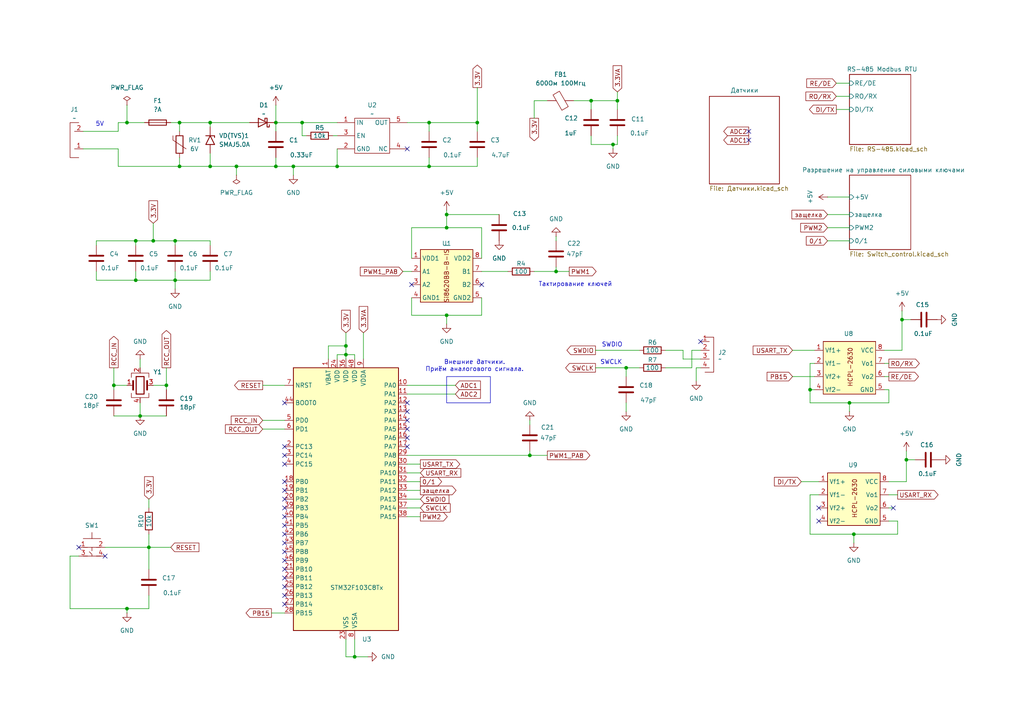
<source format=kicad_sch>
(kicad_sch (version 20250114) (generator "eeschema") (generator_version "9.0")
  (paper "A4")
  (lib_symbols
    (symbol "Device:C" (pin_numbers (hide yes)) (pin_names (offset 0.254))
      (property "Reference" "C" (at 0.635 2.54 0))
      (property "Value" "C" (at 0.635 -2.54 0))
      (symbol "C_0_1"
        (polyline (pts (xy -2.032 0.762) (xy 2.032 0.762)) (stroke (width 0.508)))
        (polyline (pts (xy -2.032 -0.762) (xy 2.032 -0.762)) (stroke (width 0.508)))
      )
      (symbol "C_1_1"
        (pin passive line (at 0 3.81 270) (length 2.794) (name "~") (number "1"))
        (pin passive line (at 0 -3.81 90) (length 2.794) (name "~") (number "2"))
      )
    )
    (symbol "Device:D_Schottky" (pin_numbers (hide yes)) (pin_names (offset 1.016) (hide yes))
      (property "Reference" "D" (at 0 2.54 0))
      (property "Value" "D_Schottky" (at 0 -2.54 0))
      (symbol "D_Schottky_0_1"
        (polyline (pts (xy -1.905 0.635) (xy -1.905 1.27) (xy -1.27 1.27) (xy -1.27 -1.27) (xy -0.635 -1.27) (xy -0.635 -0.635)) (stroke (width 0.254)))
        (polyline (pts (xy 1.27 1.27) (xy 1.27 -1.27) (xy -1.27 0) (xy 1.27 1.27)) (stroke (width 0.254)))
        (polyline (pts (xy 1.27 0) (xy -1.27 0)))
      )
      (symbol "D_Schottky_1_1"
        (pin passive line (at -3.81 0 0) (length 2.54) (name "K") (number "1"))
        (pin passive line (at 3.81 0 180) (length 2.54) (name "A") (number "2"))
      )
    )
    (symbol "Device:FerriteBead" (pin_numbers (hide yes)) (pin_names (offset 0))
      (property "Reference" "FB" (at -3.81 0.635 90))
      (property "Value" "FerriteBead" (at 3.81 0 90))
      (symbol "FerriteBead_0_1"
        (polyline (pts (xy -2.7686 0.4064) (xy -1.7018 2.2606) (xy 2.7686 -0.3048) (xy 1.6764 -2.159) (xy -2.7686 0.4064)))
        (polyline (pts (xy 0 1.27) (xy 0 1.2954)))
        (polyline (pts (xy 0 -1.27) (xy 0 -1.2192)))
      )
      (symbol "FerriteBead_1_1"
        (pin passive line (at 0 3.81 270) (length 2.54) (name "~") (number "1"))
        (pin passive line (at 0 -3.81 90) (length 2.54) (name "~") (number "2"))
      )
    )
    (symbol "Device:R" (pin_numbers (hide yes)) (pin_names (offset 0))
      (property "Reference" "R" (at 2.032 0 90))
      (property "Value" "R" (at 0 0 90))
      (symbol "R_0_1"
        (rectangle (start -1.016 -2.54) (end 1.016 2.54) (stroke (width 0.254)))
      )
      (symbol "R_1_1"
        (pin passive line (at 0 3.81 270) (length 1.27) (name "~") (number "1"))
        (pin passive line (at 0 -3.81 90) (length 1.27) (name "~") (number "2"))
      )
    )
    (symbol "MCU_ST_STM32F1:STM32F103C8Tx"
      (property "Reference" "U" (at -15.24 39.37 0))
      (property "Value" "STM32F103C8Tx" (at 7.62 39.37 0))
      (symbol "STM32F103C8Tx_0_1"
        (rectangle (start -15.24 -38.1) (end 15.24 38.1) (stroke (width 0.254)) (fill (type background)))
      )
      (symbol "STM32F103C8Tx_1_1"
        (pin input line (at -17.78 33.02 0) (length 2.54) (name "NRST") (number "7"))
        (pin input line (at -17.78 27.94 0) (length 2.54) (name "BOOT0") (number "44"))
        (pin bidirectional line (at -17.78 22.86 0) (length 2.54) (name "PD0") (number "5"))
        (pin bidirectional line (at -17.78 20.32 0) (length 2.54) (name "PD1") (number "6"))
        (pin bidirectional line (at -17.78 15.24 0) (length 2.54) (name "PC13") (number "2"))
        (pin bidirectional line (at -17.78 12.7 0) (length 2.54) (name "PC14") (number "3"))
        (pin bidirectional line (at -17.78 10.16 0) (length 2.54) (name "PC15") (number "4"))
        (pin bidirectional line (at -17.78 5.08 0) (length 2.54) (name "PB0") (number "18"))
        (pin bidirectional line (at -17.78 2.54 0) (length 2.54) (name "PB1") (number "19"))
        (pin bidirectional line (at -17.78 0 0) (length 2.54) (name "PB2") (number "20"))
        (pin bidirectional line (at -17.78 -2.54 0) (length 2.54) (name "PB3") (number "39"))
        (pin bidirectional line (at -17.78 -5.08 0) (length 2.54) (name "PB4") (number "40"))
        (pin bidirectional line (at -17.78 -7.62 0) (length 2.54) (name "PB5") (number "41"))
        (pin bidirectional line (at -17.78 -10.16 0) (length 2.54) (name "PB6") (number "42"))
        (pin bidirectional line (at -17.78 -12.7 0) (length 2.54) (name "PB7") (number "43"))
        (pin bidirectional line (at -17.78 -15.24 0) (length 2.54) (name "PB8") (number "45"))
        (pin bidirectional line (at -17.78 -17.78 0) (length 2.54) (name "PB9") (number "46"))
        (pin bidirectional line (at -17.78 -20.32 0) (length 2.54) (name "PB10") (number "21"))
        (pin bidirectional line (at -17.78 -22.86 0) (length 2.54) (name "PB11") (number "22"))
        (pin bidirectional line (at -17.78 -25.4 0) (length 2.54) (name "PB12") (number "25"))
        (pin bidirectional line (at -17.78 -27.94 0) (length 2.54) (name "PB13") (number "26"))
        (pin bidirectional line (at -17.78 -30.48 0) (length 2.54) (name "PB14") (number "27"))
        (pin bidirectional line (at -17.78 -33.02 0) (length 2.54) (name "PB15") (number "28"))
        (pin power_in line (at -5.08 40.64 270) (length 2.54) (name "VBAT") (number "1"))
        (pin power_in line (at -2.54 40.64 270) (length 2.54) (name "VDD") (number "24"))
        (pin power_in line (at 0 40.64 270) (length 2.54) (name "VDD") (number "36"))
        (pin power_in line (at 0 -40.64 90) (length 2.54) (name "VSS") (number "23"))
        (pin passive line (at 0 -40.64 90) (length 2.54) (hide yes) (name "VSS") (number "35"))
        (pin passive line (at 0 -40.64 90) (length 2.54) (hide yes) (name "VSS") (number "47"))
        (pin power_in line (at 2.54 40.64 270) (length 2.54) (name "VDD") (number "48"))
        (pin power_in line (at 2.54 -40.64 90) (length 2.54) (name "VSSA") (number "8"))
        (pin power_in line (at 5.08 40.64 270) (length 2.54) (name "VDDA") (number "9"))
        (pin bidirectional line (at 17.78 33.02 180) (length 2.54) (name "PA0") (number "10"))
        (pin bidirectional line (at 17.78 30.48 180) (length 2.54) (name "PA1") (number "11"))
        (pin bidirectional line (at 17.78 27.94 180) (length 2.54) (name "PA2") (number "12"))
        (pin bidirectional line (at 17.78 25.4 180) (length 2.54) (name "PA3") (number "13"))
        (pin bidirectional line (at 17.78 22.86 180) (length 2.54) (name "PA4") (number "14"))
        (pin bidirectional line (at 17.78 20.32 180) (length 2.54) (name "PA5") (number "15"))
        (pin bidirectional line (at 17.78 17.78 180) (length 2.54) (name "PA6") (number "16"))
        (pin bidirectional line (at 17.78 15.24 180) (length 2.54) (name "PA7") (number "17"))
        (pin bidirectional line (at 17.78 12.7 180) (length 2.54) (name "PA8") (number "29"))
        (pin bidirectional line (at 17.78 10.16 180) (length 2.54) (name "PA9") (number "30"))
        (pin bidirectional line (at 17.78 7.62 180) (length 2.54) (name "PA10") (number "31"))
        (pin bidirectional line (at 17.78 5.08 180) (length 2.54) (name "PA11") (number "32"))
        (pin bidirectional line (at 17.78 2.54 180) (length 2.54) (name "PA12") (number "33"))
        (pin bidirectional line (at 17.78 0 180) (length 2.54) (name "PA13") (number "34"))
        (pin bidirectional line (at 17.78 -2.54 180) (length 2.54) (name "PA14") (number "37"))
        (pin bidirectional line (at 17.78 -5.08 180) (length 2.54) (name "PA15") (number "38"))
      )
    )
    (symbol "My_Lib:Crystal_GND24" (pin_names (offset 1.016) (hide yes))
      (property "Reference" "Y2" (at -4.318 4.826 0))
      (symbol "Crystal_GND24_0_1"
        (polyline (pts (xy -2.54 2.286) (xy -2.54 3.556) (xy 2.54 3.556) (xy 2.54 2.286)))
        (polyline (pts (xy -2.54 0) (xy -2.032 0)))
        (polyline (pts (xy -2.54 -2.286) (xy -2.54 -3.556) (xy 2.54 -3.556) (xy 2.54 -2.286)))
        (polyline (pts (xy -2.032 -1.27) (xy -2.032 1.27)) (stroke (width 0.508)))
        (rectangle (start -1.143 2.54) (end 1.143 -2.54) (stroke (width 0.3048)))
        (polyline (pts (xy 0 3.556) (xy 0 3.81)))
        (polyline (pts (xy 0 -3.81) (xy 0 -3.556)))
        (polyline (pts (xy 2.032 0) (xy 2.54 0)))
        (polyline (pts (xy 2.032 -1.27) (xy 2.032 1.27)) (stroke (width 0.508)))
      )
      (symbol "Crystal_GND24_1_1"
        (pin passive line (at -3.81 0 0) (length 1.27) (name "1") (number "1"))
        (pin passive line (at 0 5.08 270) (length 1.27) (name "2") (number "2"))
        (pin passive line (at 0 -5.08 90) (length 1.27) (name "3") (number "4"))
        (pin passive line (at 3.81 0 180) (length 1.27) (name "4") (number "3"))
      )
    )
    (symbol "My_Lib:J - B4P-VH"
      (property "Reference" "J" (at 5.334 0.508 0))
      (symbol "J - B4P-VH_0_1"
        (polyline (pts (xy 10.16 -3.81) (xy 10.16 -1.27) (xy 0 -1.27) (xy 0 -3.81)))
      )
      (symbol "J - B4P-VH_1_1"
        (pin power_in line (at 1.27 -5.08 90) (length 2.54) (name "") (number "1"))
        (pin power_in line (at 3.81 -5.08 90) (length 2.54) (name "") (number "2"))
        (pin power_in line (at 6.35 -5.08 90) (length 2.54) (name "") (number "3"))
        (pin power_in line (at 8.89 -5.08 90) (length 2.54) (name "") (number "4"))
      )
    )
    (symbol "My_Lib:J - TB-09A"
      (property "Reference" "J1" (at 8.89 -1.27 90))
      (property "Value" "~" (at 6.35 -1.27 90))
      (symbol "J - TB-09A_0_1"
        (polyline (pts (xy 5.08 -2.54) (xy 5.08 0) (xy -5.08 0) (xy -5.08 -2.54)))
      )
      (symbol "J - TB-09A_1_1"
        (pin power_in line (at -2.54 -3.81 90) (length 2.54) (name "") (number "1"))
        (pin power_in line (at 2.54 -3.81 90) (length 2.54) (name "") (number "2"))
      )
    )
    (symbol "My_Lib:LDO_AP2112K-3.3"
      (property "Reference" "U" (at 5.08 1.27 0))
      (symbol "LDO_AP2112K-3.3_0_1"
        (rectangle (start 0 0) (end 10.16 -10.16))
      )
      (symbol "LDO_AP2112K-3.3_1_0"
        (pin input line (at -5.08 -1.27 0) (length 5.08) (name "IN") (number "1"))
        (pin input line (at -5.08 -5.08 0) (length 5.08) (name "EN") (number "3"))
        (pin input line (at -5.08 -8.89 0) (length 5.08) (name "GND") (number "2"))
        (pin output line (at 15.24 -1.27 180) (length 5.08) (name "OUT") (number "5"))
        (pin input line (at 15.24 -8.89 180) (length 5.08) (name "NC") (number "4"))
      )
    )
    (symbol "My_Lib:SMD_-_Fuse" (pin_numbers (hide yes)) (pin_names (offset 0))
      (property "Reference" "F1" (at -2.286 0.254 90))
      (property "Value" "0.5A" (at 2.54 0 90))
      (symbol "SMD_-_Fuse_0_1"
        (rectangle (start -0.762 -2.54) (end 0.762 2.54) (stroke (width 0.254)))
        (polyline (pts (xy 0 2.54) (xy 0 -2.54)))
      )
      (symbol "SMD_-_Fuse_1_1"
        (pin passive line (at 0 3.81 270) (length 1.27) (name "~") (number "1"))
        (pin passive line (at 0 -3.81 90) (length 1.27) (name "~") (number "2"))
      )
    )
    (symbol "My_Lib:SW_Push" (pin_names (offset 1.016) (hide yes))
      (property "Reference" "SW" (at 1.27 2.54 0))
      (symbol "SW_Push_0_1"
        (polyline (pts (xy 0 1.27) (xy 0 3.048)))
        (polyline (pts (xy 0 -1.27) (xy 0 -2.286)))
        (polyline (pts (xy 0 -3.81) (xy 0 -3.302) (xy -0.762 -2.54)))
        (polyline (pts (xy 2.54 1.27) (xy -2.54 1.27)))
        (polyline (pts (xy 2.54 -1.27) (xy -2.54 -1.27)))
        (polyline (pts (xy 2.54 -3.81) (xy -2.54 -3.81)))
        (pin passive line (at -3.81 -1.27 0) (length 2.54) (name "1") (number "1"))
      )
      (symbol "SW_Push_1_1"
        (pin passive line (at -3.81 -3.81 0) (length 2.54) (name "") (number "3"))
        (pin passive line (at 3.81 -1.27 180) (length 2.54) (name "") (number "2"))
        (pin passive line (at 3.81 -3.81 180) (length 2.54) (name "") (number "4"))
      )
    )
    (symbol "My_Lib:Si8620BB-B-IS_"
      (property "Reference" "U" (at 7.366 1.778 0))
      (symbol "Si8620BB-B-IS__0_1"
        (rectangle (start 0 0) (end 15.24 -15.24))
      )
      (symbol "Si8620BB-B-IS__1_1"
        (text "Si8620BB-B-IS" (at 7.62 -7.62 900) (effects (font (size 1.27 1.27))))
        (text_box "" (at 0 0 0) (size 15.24 -15.24) (margins 1.016 1.016 1.016 1.016) (fill (type color) (color 255 255 194 1)) (effects (font (size 1.27 1.27)) (justify left top)))
        (pin input line (at -2.54 -2.54 0) (length 2.54) (name "VDD1") (number "1"))
        (pin input line (at -2.54 -6.35 0) (length 2.54) (name "A1") (number "2"))
        (pin input line (at -2.54 -10.16 0) (length 2.54) (name "A2") (number "3"))
        (pin input line (at -2.54 -13.97 0) (length 2.54) (name "GND1") (number "4"))
        (pin input line (at 17.78 -2.54 180) (length 2.54) (name "VDD2") (number "8"))
        (pin input line (at 17.78 -6.35 180) (length 2.54) (name "B1") (number "7"))
        (pin input line (at 17.78 -10.16 180) (length 2.54) (name "B2") (number "6"))
        (pin input line (at 17.78 -13.97 180) (length 2.54) (name "GND2") (number "5"))
      )
    )
    (symbol "My_Lib:U - HCPL-2630"
      (property "Reference" "U" (at 5.842 2.032 0))
      (symbol "U - HCPL-2630_0_1"
        (rectangle (start 0 0) (end 15.24 -15.24))
      )
      (symbol "U - HCPL-2630_1_1"
        (text "HCPL-2630" (at 7.874 -7.366 900) (effects (font (size 1.27 1.27))))
        (text_box "" (at 0 0 0) (size 15.24 -15.24) (margins 1.016 1.016 1.016 1.016) (fill (type color) (color 255 255 194 1)) (effects (font (size 1.27 1.27)) (justify left top)))
        (pin input line (at -2.54 -2.54 0) (length 2.54) (name "Vf1+") (number "1"))
        (pin input line (at -2.54 -6.35 0) (length 2.54) (name "Vf1-") (number "2"))
        (pin input line (at -2.54 -10.16 0) (length 2.54) (name "Vf2+") (number "3"))
        (pin input line (at -2.54 -13.97 0) (length 2.54) (name "Vf2-") (number "4"))
        (pin input line (at 17.78 -2.54 180) (length 2.54) (name "VCC") (number "8"))
        (pin input line (at 17.78 -6.35 180) (length 2.54) (name "Vo1") (number "7"))
        (pin input line (at 17.78 -10.16 180) (length 2.54) (name "Vo2") (number "6"))
        (pin input line (at 17.78 -13.97 180) (length 2.54) (name "GND") (number "5"))
      )
    )
    (symbol "My_Lib:VD(TVS) - SMAJ5.0A" (pin_numbers (hide yes)) (pin_names (offset 1.016) (hide yes))
      (property "Reference" "VD(TVS)" (at 0 2.54 0))
      (property "Value" "SMAJ5.0A" (at 0 -2.54 0))
      (symbol "VD(TVS) - SMAJ5.0A_0_1"
        (polyline (pts (xy -0.762 1.27) (xy -1.27 1.27) (xy -1.27 -1.27)) (stroke (width 0.254)))
        (polyline (pts (xy 1.27 1.27) (xy 1.27 -1.27) (xy -1.27 0) (xy 1.27 1.27)) (stroke (width 0.254)))
      )
      (symbol "VD(TVS) - SMAJ5.0A_1_1"
        (pin passive line (at -3.81 0 0) (length 2.54) (name "A1") (number "1"))
        (pin passive line (at 3.81 0 180) (length 2.54) (name "A2") (number "2"))
      )
    )
    (symbol "My_Lib:Varistor" (pin_numbers (hide yes)) (pin_names (offset 0))
      (property "Reference" "RV1" (at -1.778 3.556 0))
      (property "Value" "Varistor" (at -4.064 -3.048 0))
      (symbol "Varistor_0_1"
        (rectangle (start -2.54 1.016) (end 2.54 -1.016) (stroke (width 0.254)))
        (polyline (pts (xy 2.54 1.905) (xy 1.27 1.905) (xy -1.27 -1.905)))
      )
      (symbol "Varistor_1_1"
        (pin passive line (at -3.81 0 0) (length 1.27) (name "~") (number "2"))
        (pin passive line (at 3.81 0 180) (length 1.27) (name "~") (number "1"))
      )
    )
    (symbol "power:+5V" (power) (pin_numbers (hide yes)) (pin_names (offset 0) (hide yes))
      (property "Value" "+5V" (at 0 3.556 0))
      (symbol "+5V_0_1"
        (polyline (pts (xy -0.762 1.27) (xy 0 2.54)))
        (polyline (pts (xy 0 2.54) (xy 0.762 1.27)))
        (polyline (pts (xy 0 0) (xy 0 2.54)))
      )
      (symbol "+5V_1_1"
        (pin power_in line (at 0 0 90) (length 0) (name "~") (number "1"))
      )
    )
    (symbol "power:GND" (power) (pin_numbers (hide yes)) (pin_names (offset 0) (hide yes))
      (property "Value" "GND" (at 0 -3.81 0))
      (symbol "GND_0_1"
        (polyline (pts (xy 0 0) (xy 0 -1.27) (xy 1.27 -1.27) (xy 0 -2.54) (xy -1.27 -1.27) (xy 0 -1.27)))
      )
      (symbol "GND_1_1"
        (pin power_in line (at 0 0 270) (length 0) (name "~") (number "1"))
      )
    )
    (symbol "power:PWR_FLAG" (power) (pin_numbers (hide yes)) (pin_names (offset 0) (hide yes))
      (property "Value" "PWR_FLAG" (at 0 3.81 0))
      (symbol "PWR_FLAG_0_0"
        (pin power_out line (at 0 0 90) (length 0) (name "~") (number "1"))
      )
      (symbol "PWR_FLAG_0_1"
        (polyline (pts (xy 0 0) (xy 0 1.27) (xy -1.016 1.905) (xy 0 2.54) (xy 1.016 1.905) (xy 0 1.27)))
      )
    )
  )
  (rectangle (start 129.54 109.22) (end 142.24 116.84))
  (text "Внешние датчики.\nПриём аналогового сигнала." (at 137.668 106.172 0) (effects (font (size 1.27 1.27))))
  (text "SWDIO\n" (at 177.546 100.076 0) (effects (font (size 1.27 1.27))))
  (text "SWCLK\n\n" (at 177.292 106.172 0) (effects (font (size 1.27 1.27))))
  (text "Тактирование ключей\n" (at 166.878 82.55 0) (effects (font (size 1.27 1.27))))
  (text "5V\n" (at 28.956 36.068 0) (effects (font (size 1.27 1.27))))
  (junction (at 36.83 176.53))
  (junction (at 181.61 106.68))
  (junction (at 80.01 35.56))
  (junction (at 80.01 48.26))
  (junction (at 100.33 102.87))
  (junction (at 97.79 48.26))
  (junction (at 44.45 69.85))
  (junction (at 85.09 48.26))
  (junction (at 52.07 48.26))
  (junction (at 234.95 113.03))
  (junction (at 43.18 158.75))
  (junction (at 129.54 66.04))
  (junction (at 52.07 35.56))
  (junction (at 171.45 29.21))
  (junction (at 179.07 29.21))
  (junction (at 39.37 81.28))
  (junction (at 39.37 69.85))
  (junction (at 60.96 35.56))
  (junction (at 33.02 111.76))
  (junction (at 60.96 48.26))
  (junction (at 100.33 100.33))
  (junction (at 50.8 81.28))
  (junction (at 124.46 48.26))
  (junction (at 124.46 35.56))
  (junction (at 50.8 69.85))
  (junction (at 68.58 48.26))
  (junction (at 153.67 132.08))
  (junction (at 36.83 35.56))
  (junction (at 138.43 35.56))
  (junction (at 247.65 154.94))
  (junction (at 246.38 116.84))
  (junction (at 102.87 190.5))
  (junction (at 261.62 92.71))
  (junction (at 161.29 78.74))
  (junction (at 87.63 35.56))
  (junction (at 40.64 120.65))
  (junction (at 177.8 41.91))
  (junction (at 129.54 62.23))
  (junction (at 48.26 111.76))
  (junction (at 129.54 91.44))
  (junction (at 262.89 133.35))
  (no_connect (at 82.55 149.86))
  (no_connect (at 118.11 119.38))
  (no_connect (at 30.48 161.29))
  (no_connect (at 82.55 157.48))
  (no_connect (at 82.55 167.64))
  (no_connect (at 82.55 165.1))
  (no_connect (at 82.55 170.18))
  (no_connect (at 259.08 147.32))
  (no_connect (at 82.55 152.4))
  (no_connect (at 82.55 172.72))
  (no_connect (at 22.86 158.75))
  (no_connect (at 82.55 147.32))
  (no_connect (at 118.11 121.92))
  (no_connect (at 82.55 132.08))
  (no_connect (at 118.11 43.18))
  (no_connect (at 82.55 160.02))
  (no_connect (at 203.2 99.06))
  (no_connect (at 118.11 124.46))
  (no_connect (at 82.55 154.94))
  (no_connect (at 119.38 82.55))
  (no_connect (at 237.49 147.32))
  (no_connect (at 237.49 151.13))
  (no_connect (at 82.55 129.54))
  (no_connect (at 82.55 142.24))
  (no_connect (at 82.55 116.84))
  (no_connect (at 82.55 134.62))
  (no_connect (at 217.17 40.64))
  (no_connect (at 118.11 116.84))
  (no_connect (at 82.55 175.26))
  (no_connect (at 139.7 82.55))
  (no_connect (at 82.55 139.7))
  (no_connect (at 82.55 144.78))
  (no_connect (at 217.17 38.1))
  (no_connect (at 118.11 129.54))
  (no_connect (at 82.55 162.56))
  (no_connect (at 118.11 127))
  (wire (pts (xy 242.57 24.13) (xy 246.38 24.13)))
  (wire (pts (xy 106.68 190.5) (xy 102.87 190.5)))
  (wire (pts (xy 24.13 38.1) (xy 34.29 38.1)))
  (wire (pts (xy 260.35 151.13) (xy 260.35 154.94)))
  (wire (pts (xy 179.07 26.67) (xy 179.07 29.21)))
  (wire (pts (xy 36.83 35.56) (xy 41.91 35.56)))
  (wire (pts (xy 20.32 161.29) (xy 22.86 161.29)))
  (wire (pts (xy 129.54 62.23) (xy 144.78 62.23)))
  (wire (pts (xy 181.61 106.68) (xy 181.61 109.22)))
  (wire (pts (xy 193.04 101.6) (xy 198.12 101.6)))
  (wire (pts (xy 60.96 48.26) (xy 68.58 48.26)))
  (wire (pts (xy 100.33 100.33) (xy 100.33 96.52)))
  (wire (pts (xy 153.67 130.81) (xy 153.67 132.08)))
  (wire (pts (xy 129.54 91.44) (xy 139.7 91.44)))
  (wire (pts (xy 261.62 92.71) (xy 264.16 92.71)))
  (wire (pts (xy 179.07 29.21) (xy 171.45 29.21)))
  (wire (pts (xy 172.72 101.6) (xy 185.42 101.6)))
  (wire (pts (xy 24.13 43.18) (xy 34.29 43.18)))
  (wire (pts (xy 257.81 139.7) (xy 262.89 139.7)))
  (wire (pts (xy 161.29 69.85) (xy 161.29 68.58)))
  (wire (pts (xy 138.43 45.72) (xy 138.43 48.26)))
  (wire (pts (xy 242.57 27.94) (xy 246.38 27.94)))
  (wire (pts (xy 118.11 137.16) (xy 121.92 137.16)))
  (wire (pts (xy 102.87 104.14) (xy 102.87 102.87)))
  (wire (pts (xy 36.83 176.53) (xy 43.18 176.53)))
  (wire (pts (xy 39.37 69.85) (xy 27.94 69.85)))
  (wire (pts (xy 43.18 154.94) (xy 43.18 158.75)))
  (wire (pts (xy 52.07 35.56) (xy 52.07 38.1)))
  (wire (pts (xy 153.67 123.19) (xy 153.67 121.92)))
  (wire (pts (xy 60.96 35.56) (xy 72.39 35.56)))
  (wire (pts (xy 20.32 176.53) (xy 36.83 176.53)))
  (wire (pts (xy 50.8 81.28) (xy 50.8 83.82)))
  (wire (pts (xy 60.96 36.83) (xy 60.96 35.56)))
  (wire (pts (xy 118.11 114.3) (xy 132.08 114.3)))
  (wire (pts (xy 257.81 143.51) (xy 260.35 143.51)))
  (wire (pts (xy 256.54 109.22) (xy 257.81 109.22)))
  (wire (pts (xy 124.46 48.26) (xy 138.43 48.26)))
  (wire (pts (xy 232.41 139.7) (xy 237.49 139.7)))
  (wire (pts (xy 50.8 69.85) (xy 50.8 71.12)))
  (wire (pts (xy 43.18 158.75) (xy 49.53 158.75)))
  (wire (pts (xy 177.8 41.91) (xy 177.8 43.18)))
  (wire (pts (xy 30.48 158.75) (xy 43.18 158.75)))
  (wire (pts (xy 100.33 102.87) (xy 100.33 100.33)))
  (wire (pts (xy 118.11 134.62) (xy 121.92 134.62)))
  (wire (pts (xy 247.65 154.94) (xy 247.65 157.48)))
  (wire (pts (xy 34.29 35.56) (xy 36.83 35.56)))
  (wire (pts (xy 193.04 106.68) (xy 200.66 106.68)))
  (wire (pts (xy 171.45 29.21) (xy 166.37 29.21)))
  (wire (pts (xy 100.33 190.5) (xy 102.87 190.5)))
  (wire (pts (xy 161.29 78.74) (xy 165.1 78.74)))
  (wire (pts (xy 234.95 154.94) (xy 247.65 154.94)))
  (wire (pts (xy 129.54 93.98) (xy 129.54 91.44)))
  (wire (pts (xy 234.95 143.51) (xy 237.49 143.51)))
  (wire (pts (xy 52.07 48.26) (xy 60.96 48.26)))
  (wire (pts (xy 100.33 102.87) (xy 100.33 104.14)))
  (wire (pts (xy 129.54 62.23) (xy 129.54 66.04)))
  (wire (pts (xy 240.03 69.85) (xy 246.38 69.85)))
  (wire (pts (xy 48.26 113.03) (xy 48.26 111.76)))
  (wire (pts (xy 257.81 147.32) (xy 259.08 147.32)))
  (wire (pts (xy 198.12 104.14) (xy 198.12 101.6)))
  (wire (pts (xy 43.18 172.72) (xy 43.18 176.53)))
  (wire (pts (xy 87.63 39.37) (xy 88.9 39.37)))
  (wire (pts (xy 154.94 29.21) (xy 158.75 29.21)))
  (wire (pts (xy 261.62 90.17) (xy 261.62 92.71)))
  (wire (pts (xy 257.81 113.03) (xy 257.81 116.84)))
  (wire (pts (xy 76.2 121.92) (xy 82.55 121.92)))
  (wire (pts (xy 43.18 144.78) (xy 43.18 147.32)))
  (wire (pts (xy 261.62 92.71) (xy 261.62 101.6)))
  (wire (pts (xy 236.22 105.41) (xy 234.95 105.41)))
  (wire (pts (xy 200.66 101.6) (xy 200.66 106.68)))
  (wire (pts (xy 60.96 81.28) (xy 50.8 81.28)))
  (wire (pts (xy 102.87 190.5) (xy 102.87 185.42)))
  (wire (pts (xy 105.41 96.52) (xy 105.41 104.14)))
  (wire (pts (xy 153.67 132.08) (xy 158.75 132.08)))
  (wire (pts (xy 177.8 41.91) (xy 171.45 41.91)))
  (wire (pts (xy 20.32 161.29) (xy 20.32 176.53)))
  (wire (pts (xy 68.58 48.26) (xy 80.01 48.26)))
  (wire (pts (xy 97.79 43.18) (xy 97.79 48.26)))
  (wire (pts (xy 118.11 144.78) (xy 121.92 144.78)))
  (wire (pts (xy 43.18 158.75) (xy 43.18 165.1)))
  (wire (pts (xy 118.11 132.08) (xy 153.67 132.08)))
  (wire (pts (xy 129.54 60.96) (xy 129.54 62.23)))
  (wire (pts (xy 181.61 116.84) (xy 181.61 119.38)))
  (wire (pts (xy 44.45 69.85) (xy 50.8 69.85)))
  (wire (pts (xy 80.01 35.56) (xy 87.63 35.56)))
  (wire (pts (xy 118.11 139.7) (xy 121.92 139.7)))
  (wire (pts (xy 260.35 151.13) (xy 257.81 151.13)))
  (wire (pts (xy 78.74 177.8) (xy 82.55 177.8)))
  (wire (pts (xy 40.64 120.65) (xy 33.02 120.65)))
  (wire (pts (xy 116.84 78.74) (xy 119.38 78.74)))
  (wire (pts (xy 60.96 71.12) (xy 60.96 69.85)))
  (wire (pts (xy 124.46 38.1) (xy 124.46 35.56)))
  (wire (pts (xy 138.43 38.1) (xy 138.43 35.56)))
  (wire (pts (xy 179.07 41.91) (xy 177.8 41.91)))
  (wire (pts (xy 171.45 39.37) (xy 171.45 41.91)))
  (wire (pts (xy 118.11 35.56) (xy 124.46 35.56)))
  (wire (pts (xy 179.07 29.21) (xy 179.07 31.75)))
  (wire (pts (xy 52.07 45.72) (xy 52.07 48.26)))
  (wire (pts (xy 234.95 154.94) (xy 234.95 143.51)))
  (wire (pts (xy 262.89 130.81) (xy 262.89 133.35)))
  (wire (pts (xy 119.38 74.93) (xy 119.38 66.04)))
  (wire (pts (xy 129.54 66.04) (xy 139.7 66.04)))
  (wire (pts (xy 256.54 101.6) (xy 261.62 101.6)))
  (wire (pts (xy 118.11 149.86) (xy 121.92 149.86)))
  (wire (pts (xy 60.96 44.45) (xy 60.96 48.26)))
  (wire (pts (xy 40.64 104.14) (xy 40.64 106.68)))
  (wire (pts (xy 80.01 45.72) (xy 80.01 48.26)))
  (wire (pts (xy 119.38 91.44) (xy 129.54 91.44)))
  (wire (pts (xy 36.83 111.76) (xy 33.02 111.76)))
  (wire (pts (xy 97.79 48.26) (xy 85.09 48.26)))
  (wire (pts (xy 39.37 81.28) (xy 50.8 81.28)))
  (wire (pts (xy 119.38 66.04) (xy 129.54 66.04)))
  (wire (pts (xy 154.94 78.74) (xy 161.29 78.74)))
  (wire (pts (xy 34.29 43.18) (xy 34.29 48.26)))
  (wire (pts (xy 102.87 102.87) (xy 100.33 102.87)))
  (wire (pts (xy 50.8 81.28) (xy 50.8 78.74)))
  (wire (pts (xy 34.29 48.26) (xy 52.07 48.26)))
  (wire (pts (xy 124.46 45.72) (xy 124.46 48.26)))
  (wire (pts (xy 97.79 104.14) (xy 97.79 102.87)))
  (wire (pts (xy 48.26 106.68) (xy 48.26 111.76)))
  (wire (pts (xy 171.45 29.21) (xy 171.45 31.75)))
  (wire (pts (xy 262.89 133.35) (xy 265.43 133.35)))
  (wire (pts (xy 33.02 111.76) (xy 33.02 113.03)))
  (wire (pts (xy 48.26 111.76) (xy 44.45 111.76)))
  (wire (pts (xy 36.83 176.53) (xy 36.83 177.8)))
  (wire (pts (xy 33.02 106.68) (xy 33.02 111.76)))
  (wire (pts (xy 87.63 35.56) (xy 97.79 35.56)))
  (wire (pts (xy 181.61 106.68) (xy 185.42 106.68)))
  (wire (pts (xy 242.57 31.75) (xy 246.38 31.75)))
  (wire (pts (xy 60.96 69.85) (xy 50.8 69.85)))
  (wire (pts (xy 39.37 69.85) (xy 44.45 69.85)))
  (wire (pts (xy 76.2 124.46) (xy 82.55 124.46)))
  (wire (pts (xy 262.89 133.35) (xy 262.89 139.7)))
  (wire (pts (xy 240.03 66.04) (xy 246.38 66.04)))
  (wire (pts (xy 80.01 38.1) (xy 80.01 35.56)))
  (wire (pts (xy 97.79 48.26) (xy 124.46 48.26)))
  (wire (pts (xy 40.64 116.84) (xy 40.64 120.65)))
  (wire (pts (xy 139.7 66.04) (xy 139.7 74.93)))
  (wire (pts (xy 154.94 34.29) (xy 154.94 29.21)))
  (wire (pts (xy 49.53 35.56) (xy 52.07 35.56)))
  (wire (pts (xy 201.93 106.68) (xy 201.93 110.49)))
  (wire (pts (xy 95.25 100.33) (xy 100.33 100.33)))
  (wire (pts (xy 240.03 62.23) (xy 246.38 62.23)))
  (wire (pts (xy 234.95 105.41) (xy 234.95 113.03)))
  (wire (pts (xy 76.2 111.76) (xy 82.55 111.76)))
  (wire (pts (xy 27.94 81.28) (xy 27.94 78.74)))
  (wire (pts (xy 36.83 30.48) (xy 36.83 35.56)))
  (wire (pts (xy 124.46 35.56) (xy 138.43 35.56)))
  (wire (pts (xy 246.38 116.84) (xy 257.81 116.84)))
  (wire (pts (xy 27.94 81.28) (xy 39.37 81.28)))
  (wire (pts (xy 203.2 104.14) (xy 198.12 104.14)))
  (wire (pts (xy 97.79 102.87) (xy 100.33 102.87)))
  (wire (pts (xy 257.81 113.03) (xy 256.54 113.03)))
  (wire (pts (xy 201.93 106.68) (xy 203.2 106.68)))
  (wire (pts (xy 85.09 48.26) (xy 85.09 50.8)))
  (wire (pts (xy 256.54 105.41) (xy 257.81 105.41)))
  (wire (pts (xy 52.07 35.56) (xy 60.96 35.56)))
  (wire (pts (xy 68.58 50.8) (xy 68.58 48.26)))
  (wire (pts (xy 60.96 78.74) (xy 60.96 81.28)))
  (wire (pts (xy 229.87 101.6) (xy 236.22 101.6)))
  (wire (pts (xy 40.64 120.65) (xy 48.26 120.65)))
  (wire (pts (xy 240.03 57.15) (xy 246.38 57.15)))
  (wire (pts (xy 80.01 30.48) (xy 80.01 35.56)))
  (wire (pts (xy 161.29 77.47) (xy 161.29 78.74)))
  (wire (pts (xy 39.37 81.28) (xy 39.37 78.74)))
  (wire (pts (xy 229.87 109.22) (xy 236.22 109.22)))
  (wire (pts (xy 247.65 154.94) (xy 260.35 154.94)))
  (wire (pts (xy 138.43 25.4) (xy 138.43 35.56)))
  (wire (pts (xy 39.37 69.85) (xy 39.37 71.12)))
  (wire (pts (xy 118.11 147.32) (xy 121.92 147.32)))
  (wire (pts (xy 85.09 48.26) (xy 80.01 48.26)))
  (wire (pts (xy 203.2 101.6) (xy 200.66 101.6)))
  (wire (pts (xy 234.95 116.84) (xy 246.38 116.84)))
  (wire (pts (xy 246.38 116.84) (xy 246.38 119.38)))
  (wire (pts (xy 100.33 190.5) (xy 100.33 185.42)))
  (wire (pts (xy 27.94 69.85) (xy 27.94 71.12)))
  (wire (pts (xy 179.07 39.37) (xy 179.07 41.91)))
  (wire (pts (xy 172.72 106.68) (xy 181.61 106.68)))
  (wire (pts (xy 119.38 86.36) (xy 119.38 91.44)))
  (wire (pts (xy 44.45 64.77) (xy 44.45 69.85)))
  (wire (pts (xy 96.52 39.37) (xy 97.79 39.37)))
  (wire (pts (xy 234.95 113.03) (xy 234.95 116.84)))
  (wire (pts (xy 118.11 111.76) (xy 132.08 111.76)))
  (wire (pts (xy 118.11 142.24) (xy 121.92 142.24)))
  (wire (pts (xy 139.7 78.74) (xy 147.32 78.74)))
  (wire (pts (xy 87.63 39.37) (xy 87.63 35.56)))
  (wire (pts (xy 234.95 113.03) (xy 236.22 113.03)))
  (wire (pts (xy 139.7 91.44) (xy 139.7 86.36)))
  (wire (pts (xy 34.29 38.1) (xy 34.29 35.56)))
  (wire (pts (xy 95.25 104.14) (xy 95.25 100.33)))
  (global_label "USART_TX" (shape output) (at 121.92 134.62 0) (property "Intersheetrefs" "${INTERSHEET_REFS}" (effects (hide yes))))
  (global_label "USART_RX" (shape output) (at 260.35 143.51 0) (property "Intersheetrefs" "${INTERSHEET_REFS}" (effects (hide yes))))
  (global_label "PB15" (shape input) (at 229.87 109.22 180) (property "Intersheetrefs" "${INTERSHEET_REFS}" (effects (hide yes))))
  (global_label "SWCLK" (shape input) (at 121.92 147.32 0) (property "Intersheetrefs" "${INTERSHEET_REFS}" (effects (hide yes))))
  (global_label "3.3V" (shape output) (at 154.94 34.29 270) (property "Intersheetrefs" "${INTERSHEET_REFS}" (effects (hide yes))))
  (global_label "RCC_IN" (shape output) (at 33.02 106.68 90) (property "Intersheetrefs" "${INTERSHEET_REFS}" (effects (hide yes))))
  (global_label "защелка" (shape input) (at 240.03 62.23 180) (property "Intersheetrefs" "${INTERSHEET_REFS}" (effects (hide yes))))
  (global_label "PWM1_PA8" (shape output) (at 158.75 132.08 0) (property "Intersheetrefs" "${INTERSHEET_REFS}" (effects (hide yes))))
  (global_label "RCC_OUT" (shape input) (at 76.2 124.46 180) (property "Intersheetrefs" "${INTERSHEET_REFS}" (effects (hide yes))))
  (global_label "SWCLK" (shape output) (at 172.72 106.68 180) (property "Intersheetrefs" "${INTERSHEET_REFS}" (effects (hide yes))))
  (global_label "USART_RX" (shape input) (at 121.92 137.16 0) (property "Intersheetrefs" "${INTERSHEET_REFS}" (effects (hide yes))))
  (global_label "PWM1" (shape output) (at 165.1 78.74 0) (property "Intersheetrefs" "${INTERSHEET_REFS}" (effects (hide yes))))
  (global_label "0{slash}1" (shape input) (at 240.03 69.85 180) (property "Intersheetrefs" "${INTERSHEET_REFS}" (effects (hide yes))))
  (global_label "PWM1_PA8" (shape input) (at 116.84 78.74 180) (property "Intersheetrefs" "${INTERSHEET_REFS}" (effects (hide yes))))
  (global_label "PWM2" (shape output) (at 121.92 149.86 0) (property "Intersheetrefs" "${INTERSHEET_REFS}" (effects (hide yes))))
  (global_label "ADC1" (shape output) (at 217.17 40.64 180) (property "Intersheetrefs" "${INTERSHEET_REFS}" (effects (hide yes))))
  (global_label "RO{slash}RX" (shape input) (at 242.57 27.94 180) (property "Intersheetrefs" "${INTERSHEET_REFS}" (effects (hide yes))))
  (global_label "PWM2" (shape input) (at 240.03 66.04 180) (property "Intersheetrefs" "${INTERSHEET_REFS}" (effects (hide yes))))
  (global_label "3.3V" (shape input) (at 43.18 144.78 90) (property "Intersheetrefs" "${INTERSHEET_REFS}" (effects (hide yes))))
  (global_label "DI{slash}TX" (shape input) (at 232.41 139.7 180) (property "Intersheetrefs" "${INTERSHEET_REFS}" (effects (hide yes))))
  (global_label "ADC1" (shape input) (at 132.08 111.76 0) (property "Intersheetrefs" "${INTERSHEET_REFS}" (effects (hide yes))))
  (global_label "защелка" (shape output) (at 121.92 142.24 0) (property "Intersheetrefs" "${INTERSHEET_REFS}" (effects (hide yes))))
  (global_label "USART_TX" (shape input) (at 229.87 101.6 180) (property "Intersheetrefs" "${INTERSHEET_REFS}" (effects (hide yes))))
  (global_label "SWDIO" (shape input) (at 121.92 144.78 0) (property "Intersheetrefs" "${INTERSHEET_REFS}" (effects (hide yes))))
  (global_label "RE{slash}DE" (shape output) (at 257.81 109.22 0) (property "Intersheetrefs" "${INTERSHEET_REFS}" (effects (hide yes))))
  (global_label "SWDIO" (shape output) (at 172.72 101.6 180) (property "Intersheetrefs" "${INTERSHEET_REFS}" (effects (hide yes))))
  (global_label "3.3V" (shape output) (at 138.43 25.4 90) (property "Intersheetrefs" "${INTERSHEET_REFS}" (effects (hide yes))))
  (global_label "DI{slash}TX" (shape output) (at 242.57 31.75 180) (property "Intersheetrefs" "${INTERSHEET_REFS}" (effects (hide yes))))
  (global_label "3.3VA" (shape input) (at 105.41 96.52 90) (property "Intersheetrefs" "${INTERSHEET_REFS}" (effects (hide yes))))
  (global_label "ADC2" (shape output) (at 217.17 38.1 180) (property "Intersheetrefs" "${INTERSHEET_REFS}" (effects (hide yes))))
  (global_label "ADC2" (shape input) (at 132.08 114.3 0) (property "Intersheetrefs" "${INTERSHEET_REFS}" (effects (hide yes))))
  (global_label "0{slash}1" (shape output) (at 121.92 139.7 0) (property "Intersheetrefs" "${INTERSHEET_REFS}" (effects (hide yes))))
  (global_label "PB15" (shape output) (at 78.74 177.8 180) (property "Intersheetrefs" "${INTERSHEET_REFS}" (effects (hide yes))))
  (global_label "RESET" (shape output) (at 76.2 111.76 180) (property "Intersheetrefs" "${INTERSHEET_REFS}" (effects (hide yes))))
  (global_label "3.3V" (shape input) (at 44.45 64.77 90) (property "Intersheetrefs" "${INTERSHEET_REFS}" (effects (hide yes))))
  (global_label "3.3VA" (shape input) (at 179.07 26.67 90) (property "Intersheetrefs" "${INTERSHEET_REFS}" (effects (hide yes))))
  (global_label "3.3V" (shape input) (at 100.33 96.52 90) (property "Intersheetrefs" "${INTERSHEET_REFS}" (effects (hide yes))))
  (global_label "RCC_IN" (shape input) (at 76.2 121.92 180) (property "Intersheetrefs" "${INTERSHEET_REFS}" (effects (hide yes))))
  (global_label "RE{slash}DE" (shape input) (at 242.57 24.13 180) (property "Intersheetrefs" "${INTERSHEET_REFS}" (effects (hide yes))))
  (global_label "RO{slash}RX" (shape output) (at 257.81 105.41 0) (property "Intersheetrefs" "${INTERSHEET_REFS}" (effects (hide yes))))
  (global_label "RCC_OUT" (shape output) (at 48.26 106.68 90) (property "Intersheetrefs" "${INTERSHEET_REFS}" (effects (hide yes))))
  (global_label "RESET" (shape input) (at 49.53 158.75 0) (property "Intersheetrefs" "${INTERSHEET_REFS}" (effects (hide yes))))
  (symbol (lib_id "Device:C") (at 181.61 113.03 0) (unit 1)
    (property "Reference" "C18" (at 185.42 111.7599 0) (effects (justify left)))
    (property "Value" "47pF" (at 185.674 116.078 0) (effects (justify left)))
    (property "Footprint" "Capacitor_SMD:C_0603_1608Metric" (effects (hide yes)))
    (property "Description" "Unpolarized capacitor" (effects (hide yes)))
  )
  (symbol (lib_id "My_Lib:Varistor") (at 52.07 41.91 90) (unit 1)
    (property "Reference" "RV1" (at 54.61 40.6399 90) (effects (justify right)))
    (property "Value" "6V" (at 55.118 43.18 90) (effects (justify right)))
    (property "Footprint" "Diode_SMD:D_1206_3216Metric_Pad1.42x1.75mm_HandSolder" (effects (hide yes)))
    (property "Description" "Voltage dependent resistor" (effects (hide yes)))
    (property "Sim.Name" "kicad_builtin_varistor" (effects (hide yes)))
    (property "Sim.Device" "SUBCKT" (effects (hide yes)))
    (property "Sim.Pins" "1=A 2=B" (effects (hide yes)))
    (property "Sim.Params" "threshold=1k" (effects (hide yes)))
    (property "Sim.Library" "${KICAD7_SYMBOL_DIR}/Simulation_SPICE.sp" (effects (hide yes)))
  )
  (symbol (lib_id "power:GND") (at 144.78 69.85 0) (unit 1)
    (property "Reference" "#PWR014" (effects (hide yes)))
    (property "Value" "GND" (at 144.78 74.93 0))
    (property "Description" "Power symbol creates a global label with name \"GND\" , ground" (effects (hide yes)))
  )
  (symbol (lib_id "Device:C") (at 138.43 41.91 0) (unit 1)
    (property "Reference" "C3" (at 142.24 40.6399 0) (effects (justify left)))
    (property "Value" "4.7uF" (at 142.494 44.958 0) (effects (justify left)))
    (property "Footprint" "Capacitor_SMD:C_0805_2012Metric_Pad1.18x1.45mm_HandSolder" (effects (hide yes)))
    (property "Description" "Unpolarized capacitor" (effects (hide yes)))
  )
  (symbol (lib_id "Device:R") (at 92.71 39.37 90) (unit 1)
    (property "Reference" "R5" (at 92.71 37.084 90))
    (property "Value" "10k" (at 92.71 39.37 90))
    (property "Footprint" "Resistor_SMD:R_1206_3216Metric_Pad1.30x1.75mm_HandSolder" (effects (hide yes)))
    (property "Description" "Resistor" (effects (hide yes)))
  )
  (symbol (lib_id "power:GND") (at 40.64 120.65 0) (unit 1)
    (property "Reference" "#PWR05" (effects (hide yes)))
    (property "Value" "GND" (at 40.64 125.73 0))
    (property "Description" "Power symbol creates a global label with name \"GND\" , ground" (effects (hide yes)))
  )
  (symbol (lib_id "My_Lib:U - HCPL-2630") (at 238.76 99.06 0) (unit 1)
    (property "Reference" "U8" (at 246.126 96.774 0))
    (property "Value" "HCPL-2630" (effects (hide yes)))
    (property "Footprint" "Package_DIP:DIP-8_W7.62mm_Socket" (effects (hide yes)))
    (property "Datasheet" "https://static.chipdip.ru/lib/222/DOC000222623.pdf" (effects (hide yes)))
  )
  (symbol (lib_id "My_Lib:Si8620BB-B-IS_") (at 121.92 72.39 0) (unit 1)
    (property "Reference" "U1" (at 129.54 70.612 0))
    (property "Value" "~" (at 129.54 71.12 0))
    (property "Footprint" "My_lib2:SOIC-8-N8_3.9x4.9mm_P1.27mm" (effects (hide yes)))
    (property "Datasheet" "https://cdn.zener.ru/media/PDF/1655469.pdf" (effects (hide yes)))
    (property "Description" "гальваническая развязка цифровой изолятор" (effects (hide yes)))
  )
  (symbol (lib_id "power:GND") (at 271.78 92.71 90) (unit 1)
    (property "Reference" "#PWR018" (effects (hide yes)))
    (property "Value" "GND" (at 276.86 92.71 0))
    (property "Description" "Power symbol creates a global label with name \"GND\" , ground" (effects (hide yes)))
  )
  (symbol (lib_id "power:GND") (at 201.93 110.49 0) (unit 1)
    (property "Reference" "#PWR07" (effects (hide yes)))
    (property "Value" "GND" (at 201.93 115.57 0))
    (property "Description" "Power symbol creates a global label with name \"GND\" , ground" (effects (hide yes)))
  )
  (symbol (lib_id "Device:C") (at 267.97 92.71 90) (mirror x) (unit 1)
    (property "Reference" "C15" (at 269.494 88.392 90) (effects (justify left)))
    (property "Value" "0.1uF" (at 270.51 96.774 90) (effects (justify left)))
    (property "Footprint" "Capacitor_SMD:C_0603_1608Metric" (effects (hide yes)))
    (property "Description" "Unpolarized capacitor" (effects (hide yes)))
  )
  (symbol (lib_id "power:GND") (at 85.09 50.8 0) (unit 1)
    (property "Reference" "#PWR01" (effects (hide yes)))
    (property "Value" "GND" (at 85.09 55.88 0))
    (property "Description" "Power symbol creates a global label with name \"GND\" , ground" (effects (hide yes)))
  )
  (symbol (lib_id "power:+5V") (at 261.62 90.17 0) (unit 1)
    (property "Reference" "#PWR017" (effects (hide yes)))
    (property "Value" "+5V" (at 261.62 85.09 0))
    (property "Description" "Power symbol creates a global label with name \"+5V\"" (effects (hide yes)))
  )
  (symbol (lib_id "Device:C") (at 161.29 73.66 180) (unit 1)
    (property "Reference" "C22" (at 168.402 70.612 0) (effects (justify left)))
    (property "Value" "47pF" (at 169.164 73.66 0) (effects (justify left)))
    (property "Footprint" "Capacitor_SMD:C_0603_1608Metric" (effects (hide yes)))
    (property "Description" "Unpolarized capacitor" (effects (hide yes)))
  )
  (symbol (lib_id "My_Lib:SMD_-_Fuse") (at 45.72 35.56 90) (unit 1)
    (property "Reference" "F1" (at 45.72 29.21 90))
    (property "Value" "?A" (at 45.72 31.75 90))
    (property "Footprint" "Fuse:Fuse_2512_6332Metric" (effects (hide yes)))
    (property "Description" "Fuse" (effects (hide yes)))
  )
  (symbol (lib_id "Device:C") (at 269.24 133.35 90) (mirror x) (unit 1)
    (property "Reference" "C16" (at 270.764 129.032 90) (effects (justify left)))
    (property "Value" "0.1uF" (at 271.78 137.414 90) (effects (justify left)))
    (property "Footprint" "Capacitor_SMD:C_0603_1608Metric" (effects (hide yes)))
    (property "Description" "Unpolarized capacitor" (effects (hide yes)))
  )
  (symbol (lib_id "My_Lib:Crystal_GND24") (at 40.64 111.76 0) (unit 1)
    (property "Reference" "Y1" (at 45.72 107.8798 0))
    (property "Value" "Crystal_GND24" (effects (hide yes)))
    (property "Footprint" "Crystal:Crystal_SMD_3225-4Pin_3.2x2.5mm" (effects (hide yes)))
    (property "Datasheet" "https://static.chipdip.ru/lib/087/DOC053087027.pdf" (effects (hide yes)))
    (property "Description" "Four pin crystal, GND on pins 2 and 3" (effects (hide yes)))
  )
  (symbol (lib_id "power:GND") (at 247.65 157.48 0) (unit 1)
    (property "Reference" "#PWR021" (effects (hide yes)))
    (property "Value" "GND" (at 247.65 162.56 0))
    (property "Description" "Power symbol creates a global label with name \"GND\" , ground" (effects (hide yes)))
  )
  (symbol (lib_id "Device:C") (at 144.78 66.04 0) (mirror y) (unit 1)
    (property "Reference" "C13" (at 152.654 61.976 0) (effects (justify left)))
    (property "Value" "0.1uF" (at 153.924 66.04 0) (effects (justify left)))
    (property "Footprint" "Capacitor_SMD:C_0603_1608Metric" (effects (hide yes)))
    (property "Description" "Unpolarized capacitor" (effects (hide yes)))
  )
  (symbol (lib_id "power:+5V") (at 240.03 57.15 90) (unit 1)
    (property "Reference" "#PWR029" (effects (hide yes)))
    (property "Value" "+5V" (at 234.95 57.15 0))
    (property "Description" "Power symbol creates a global label with name \"+5V\"" (effects (hide yes)))
  )
  (symbol (lib_id "Device:C") (at 60.96 74.93 0) (unit 1)
    (property "Reference" "C7" (at 64.77 73.6599 0) (effects (justify left)))
    (property "Value" "0.1uF" (at 62.23 77.724 0) (effects (justify left)))
    (property "Footprint" "Capacitor_SMD:C_0603_1608Metric" (effects (hide yes)))
    (property "Description" "Unpolarized capacitor" (effects (hide yes)))
  )
  (symbol (lib_id "Device:D_Schottky") (at 76.2 35.56 180) (unit 1)
    (property "Reference" "D1" (at 76.5175 30.48 0))
    (property "Value" "~" (at 76.5175 33.02 0))
    (property "Footprint" "Diode_SMD:D_SOD-123" (effects (hide yes)))
    (property "Description" "Schottky diode" (effects (hide yes)))
  )
  (symbol (lib_id "Device:C") (at 43.18 168.91 0) (unit 1)
    (property "Reference" "C17" (at 46.99 167.6399 0) (effects (justify left)))
    (property "Value" "0.1uF" (at 47.244 171.958 0) (effects (justify left)))
    (property "Footprint" "Capacitor_SMD:C_0603_1608Metric" (effects (hide yes)))
    (property "Description" "Unpolarized capacitor" (effects (hide yes)))
  )
  (symbol (lib_id "power:GND") (at 36.83 177.8 0) (unit 1)
    (property "Reference" "#PWR08" (effects (hide yes)))
    (property "Value" "GND" (at 36.83 182.88 0))
    (property "Description" "Power symbol creates a global label with name \"GND\" , ground" (effects (hide yes)))
  )
  (symbol (lib_id "power:GND") (at 129.54 93.98 0) (unit 1)
    (property "Reference" "#PWR011" (effects (hide yes)))
    (property "Value" "GND" (at 129.54 99.06 0))
    (property "Description" "Power symbol creates a global label with name \"GND\" , ground" (effects (hide yes)))
  )
  (symbol (lib_id "power:+5V") (at 129.54 60.96 0) (unit 1)
    (property "Reference" "#PWR012" (effects (hide yes)))
    (property "Value" "+5V" (at 129.54 55.88 0))
    (property "Description" "Power symbol creates a global label with name \"+5V\"" (effects (hide yes)))
  )
  (symbol (lib_id "power:GND") (at 181.61 119.38 0) (unit 1)
    (property "Reference" "#PWR06" (effects (hide yes)))
    (property "Value" "GND" (at 181.61 124.46 0))
    (property "Description" "Power symbol creates a global label with name \"GND\" , ground" (effects (hide yes)))
  )
  (symbol (lib_id "My_Lib:LDO_AP2112K-3.3") (at 102.87 34.29 0) (unit 1)
    (property "Reference" "U2" (at 107.95 30.48 0))
    (property "Value" "~" (at 107.95 33.02 0))
    (property "Footprint" "Package_TO_SOT_SMD:SOT-23-5" (effects (hide yes)))
    (property "Datasheet" "https://static.chipdip.ru/lib/803/DOC005803718.pdf" (effects (hide yes)))
    (property "Description" "AP2112K-3.3TRG1" (effects (hide yes)))
  )
  (symbol (lib_id "My_Lib:J - TB-09A") (at 20.32 40.64 90) (unit 1)
    (property "Reference" "J1" (at 21.59 31.75 90))
    (property "Value" "~" (at 21.59 34.29 90))
    (property "Footprint" "My_lib2:TB-09A" (effects (hide yes)))
    (property "Description" "Винтовой разъем на плату" (effects (hide yes)))
  )
  (symbol (lib_id "power:GND") (at 153.67 121.92 180) (unit 1)
    (property "Reference" "#PWR013" (effects (hide yes)))
    (property "Value" "GND" (at 153.67 116.84 0))
    (property "Description" "Power symbol creates a global label with name \"GND\" , ground" (effects (hide yes)))
  )
  (symbol (lib_id "power:PWR_FLAG") (at 68.58 50.8 180) (unit 1)
    (property "Reference" "#FLG01" (effects (hide yes)))
    (property "Value" "PWR_FLAG" (at 68.58 55.88 0))
    (property "Description" "Special symbol for telling ERC where power comes from" (effects (hide yes)))
  )
  (symbol (lib_id "My_Lib:SW_Push") (at 26.67 157.48 0) (unit 1)
    (property "Reference" "SW1" (at 26.67 152.4 0))
    (property "Value" "SW_Push" (effects (hide yes)))
    (property "Footprint" "My_lib2:SW - 0650HIM-130G-G" (effects (hide yes)))
    (property "Description" "Push button switch, generic, two pins" (effects (hide yes)))
  )
  (symbol (lib_id "power:PWR_FLAG") (at 36.83 30.48 0) (unit 1)
    (property "Reference" "#FLG02" (effects (hide yes)))
    (property "Value" "PWR_FLAG" (at 36.83 25.4 0))
    (property "Description" "Special symbol for telling ERC where power comes from" (effects (hide yes)))
  )
  (symbol (lib_id "power:GND") (at 40.64 104.14 180) (unit 1)
    (property "Reference" "#PWR010" (effects (hide yes)))
    (property "Value" "GND" (at 40.64 99.06 0))
    (property "Description" "Power symbol creates a global label with name \"GND\" , ground" (effects (hide yes)))
  )
  (symbol (lib_id "power:GND") (at 106.68 190.5 90) (unit 1)
    (property "Reference" "#PWR03" (effects (hide yes)))
    (property "Value" "GND" (at 110.49 190.4999 90) (effects (justify right)))
    (property "Description" "Power symbol creates a global label with name \"GND\" , ground" (effects (hide yes)))
  )
  (symbol (lib_id "My_Lib:J - B4P-VH") (at 208.28 97.79 270) (unit 1)
    (property "Reference" "J2" (at 208.28 102.2349 90) (effects (justify left)))
    (property "Value" "~" (at 208.28 104.14 90) (effects (justify left)))
    (property "Footprint" "My_lib2:J - W04M" (effects (hide yes)))
    (property "Datasheet" "https://static.chipdip.ru/lib/631/DOC011631422.pdf" (effects (hide yes)))
    (property "Description" "W04M" (effects (hide yes)))
  )
  (symbol (lib_id "power:GND") (at 177.8 43.18 0) (unit 1)
    (property "Reference" "#PWR09" (effects (hide yes)))
    (property "Value" "GND" (at 177.8 48.26 0))
    (property "Description" "Power symbol creates a global label with name \"GND\" , ground" (effects (hide yes)))
  )
  (symbol (lib_id "Device:C") (at 153.67 127 180) (unit 1)
    (property "Reference" "C21" (at 160.782 123.952 0) (effects (justify left)))
    (property "Value" "47pF" (at 161.544 127 0) (effects (justify left)))
    (property "Footprint" "Capacitor_SMD:C_0603_1608Metric" (effects (hide yes)))
    (property "Description" "Unpolarized capacitor" (effects (hide yes)))
  )
  (symbol (lib_id "power:+5V") (at 262.89 130.81 0) (unit 1)
    (property "Reference" "#PWR022" (effects (hide yes)))
    (property "Value" "+5V" (at 262.89 125.73 0))
    (property "Description" "Power symbol creates a global label with name \"+5V\"" (effects (hide yes)))
  )
  (symbol (lib_id "My_Lib:VD(TVS) - SMAJ5.0A") (at 60.96 40.64 270) (unit 1)
    (property "Reference" "VD(TVS)1" (at 63.5 39.3699 90) (effects (justify left)))
    (property "Value" "SMAJ5.0A" (at 63.5 41.9099 90) (effects (justify left)))
    (property "Footprint" "Diode_SMD:D_SMA" (effects (hide yes)))
    (property "Datasheet" "https://static.chipdip.ru/lib/866/DOC025866078.pdf" (effects (hide yes)))
    (property "Description" "SMAJ5.0A, Защитный диод 400Вт 5В [SMA / DO-214AC]" (effects (hide yes)))
  )
  (symbol (lib_id "Device:C") (at 39.37 74.93 0) (unit 1)
    (property "Reference" "C5" (at 43.18 73.6599 0) (effects (justify left)))
    (property "Value" "0.1uF" (at 40.64 77.724 0) (effects (justify left)))
    (property "Footprint" "Capacitor_SMD:C_0603_1608Metric" (effects (hide yes)))
    (property "Description" "Unpolarized capacitor" (effects (hide yes)))
  )
  (symbol (lib_id "Device:R") (at 189.23 106.68 90) (unit 1)
    (property "Reference" "R7" (at 189.23 104.394 90))
    (property "Value" "100" (at 189.23 106.68 90))
    (property "Footprint" "Resistor_SMD:R_1206_3216Metric_Pad1.30x1.75mm_HandSolder" (effects (hide yes)))
    (property "Description" "Resistor" (effects (hide yes)))
  )
  (symbol (lib_id "power:GND") (at 246.38 119.38 0) (unit 1)
    (property "Reference" "#PWR020" (effects (hide yes)))
    (property "Value" "GND" (at 246.38 124.46 0))
    (property "Description" "Power symbol creates a global label with name \"GND\" , ground" (effects (hide yes)))
  )
  (symbol (lib_id "Device:R") (at 151.13 78.74 90) (unit 1)
    (property "Reference" "R4" (at 151.13 76.454 90))
    (property "Value" "100" (at 151.13 78.74 90))
    (property "Footprint" "Resistor_SMD:R_1206_3216Metric_Pad1.30x1.75mm_HandSolder" (effects (hide yes)))
    (property "Description" "Resistor" (effects (hide yes)))
  )
  (symbol (lib_id "Device:C") (at 124.46 41.91 0) (unit 1)
    (property "Reference" "C2" (at 128.27 40.6399 0) (effects (justify left)))
    (property "Value" "0.1uF" (at 128.524 44.958 0) (effects (justify left)))
    (property "Footprint" "Capacitor_SMD:C_0603_1608Metric" (effects (hide yes)))
    (property "Description" "Unpolarized capacitor" (effects (hide yes)))
  )
  (symbol (lib_id "Device:C") (at 50.8 74.93 0) (unit 1)
    (property "Reference" "C6" (at 54.61 73.6599 0) (effects (justify left)))
    (property "Value" "0.1uF" (at 52.07 77.724 0) (effects (justify left)))
    (property "Footprint" "Capacitor_SMD:C_0603_1608Metric" (effects (hide yes)))
    (property "Description" "Unpolarized capacitor" (effects (hide yes)))
  )
  (symbol (lib_id "power:GND") (at 273.05 133.35 90) (unit 1)
    (property "Reference" "#PWR023" (effects (hide yes)))
    (property "Value" "GND" (at 278.13 133.35 0))
    (property "Description" "Power symbol creates a global label with name \"GND\" , ground" (effects (hide yes)))
  )
  (symbol (lib_id "My_Lib:U - HCPL-2630") (at 240.03 137.16 0) (unit 1)
    (property "Reference" "U9" (at 247.396 134.874 0))
    (property "Value" "HCPL-2630" (effects (hide yes)))
    (property "Footprint" "Package_DIP:DIP-8_W7.62mm_Socket" (effects (hide yes)))
    (property "Datasheet" "https://static.chipdip.ru/lib/222/DOC000222623.pdf" (effects (hide yes)))
  )
  (symbol (lib_id "Device:R") (at 189.23 101.6 90) (unit 1)
    (property "Reference" "R6" (at 189.23 99.314 90))
    (property "Value" "100" (at 189.23 101.6 90))
    (property "Footprint" "Resistor_SMD:R_1206_3216Metric_Pad1.30x1.75mm_HandSolder" (effects (hide yes)))
    (property "Description" "Resistor" (effects (hide yes)))
  )
  (symbol (lib_id "Device:C") (at 171.45 35.56 0) (mirror y) (unit 1)
    (property "Reference" "C12" (at 167.64 34.2899 0) (effects (justify left)))
    (property "Value" "1uF" (at 167.386 38.608 0) (effects (justify left)))
    (property "Footprint" "Capacitor_SMD:C_0805_2012Metric_Pad1.18x1.45mm_HandSolder" (effects (hide yes)))
    (property "Description" "Unpolarized capacitor" (effects (hide yes)))
  )
  (symbol (lib_id "Device:C") (at 179.07 35.56 0) (mirror y) (unit 1)
    (property "Reference" "C11" (at 186.944 34.544 0) (effects (justify left)))
    (property "Value" "0.1uF" (at 188.214 38.608 0) (effects (justify left)))
    (property "Footprint" "Capacitor_SMD:C_0603_1608Metric" (effects (hide yes)))
    (property "Description" "Unpolarized capacitor" (effects (hide yes)))
  )
  (symbol (lib_id "power:GND") (at 50.8 83.82 0) (unit 1)
    (property "Reference" "#PWR02" (effects (hide yes)))
    (property "Value" "GND" (at 50.8 88.9 0))
    (property "Description" "Power symbol creates a global label with name \"GND\" , ground" (effects (hide yes)))
  )
  (symbol (lib_id "Device:C") (at 27.94 74.93 0) (unit 1)
    (property "Reference" "C4" (at 31.75 73.6599 0) (effects (justify left)))
    (property "Value" "0.1uF" (at 29.21 77.724 0) (effects (justify left)))
    (property "Footprint" "Capacitor_SMD:C_0603_1608Metric" (effects (hide yes)))
    (property "Description" "Unpolarized capacitor" (effects (hide yes)))
  )
  (symbol (lib_id "Device:R") (at 43.18 151.13 180) (unit 1)
    (property "Reference" "R10" (at 40.894 151.13 90))
    (property "Value" "10k" (at 43.18 151.13 90))
    (property "Footprint" "Resistor_SMD:R_1206_3216Metric_Pad1.30x1.75mm_HandSolder" (effects (hide yes)))
    (property "Description" "Resistor" (effects (hide yes)))
  )
  (symbol (lib_id "Device:C") (at 48.26 116.84 0) (unit 1)
    (property "Reference" "C19" (at 52.07 115.5699 0) (effects (justify left)))
    (property "Value" "18pF" (at 52.07 118.11 0) (effects (justify left)))
    (property "Footprint" "Capacitor_SMD:C_0603_1608Metric" (effects (hide yes)))
    (property "Description" "Unpolarized capacitor" (effects (hide yes)))
  )
  (symbol (lib_id "MCU_ST_STM32F1:STM32F103C8Tx") (at 100.33 144.78 0) (unit 1)
    (property "Reference" "U3" (at 105.0133 185.42 0) (effects (justify left)))
    (property "Value" "STM32F103C8Tx" (at 95.758 170.434 0) (effects (justify left)))
    (property "Footprint" "Package_QFP:LQFP-48_7x7mm_P0.5mm" (effects (hide yes)))
    (property "Datasheet" "https://www.st.com/resource/en/datasheet/stm32f103c8.pdf" (effects (hide yes)))
    (property "Description" "STMicroelectronics Arm Cortex-M3 MCU, 64KB flash, 20KB RAM, 72 MHz, 2.0-3.6V, 37 GPIO, LQFP48" (effects (hide yes)))
  )
  (symbol (lib_id "power:GND") (at 161.29 68.58 180) (unit 1)
    (property "Reference" "#PWR015" (effects (hide yes)))
    (property "Value" "GND" (at 161.29 63.5 0))
    (property "Description" "Power symbol creates a global label with name \"GND\" , ground" (effects (hide yes)))
  )
  (symbol (lib_id "Device:C") (at 33.02 116.84 180) (unit 1)
    (property "Reference" "C20" (at 28.448 115.062 0) (effects (justify left)))
    (property "Value" "18pF" (at 28.956 117.602 0) (effects (justify left)))
    (property "Footprint" "Capacitor_SMD:C_0603_1608Metric" (effects (hide yes)))
    (property "Description" "Unpolarized capacitor" (effects (hide yes)))
  )
  (symbol (lib_id "Device:C") (at 80.01 41.91 0) (unit 1)
    (property "Reference" "C1" (at 83.82 40.6399 0) (effects (justify left)))
    (property "Value" "0.33uF" (at 84.074 44.958 0) (effects (justify left)))
    (property "Footprint" "Capacitor_SMD:C_0603_1608Metric" (effects (hide yes)))
    (property "Description" "Unpolarized capacitor" (effects (hide yes)))
  )
  (symbol (lib_id "power:+5V") (at 80.01 30.48 0) (unit 1)
    (property "Reference" "#PWR04" (effects (hide yes)))
    (property "Value" "+5V" (at 80.01 25.4 0))
    (property "Description" "Power symbol creates a global label with name \"+5V\"" (effects (hide yes)))
  )
  (symbol (lib_id "Device:FerriteBead") (at 162.56 29.21 270) (mirror x) (unit 1)
    (property "Reference" "FB1" (at 162.6108 21.59 90))
    (property "Value" "600Ом 100Мгц" (at 162.6108 24.13 90))
    (property "Footprint" "Capacitor_SMD:C_0805_2012Metric_Pad1.18x1.45mm_HandSolder" (effects (hide yes)))
    (property "Description" "Ferrite bead" (effects (hide yes)))
  )
  (sheet (at 246.38 21.59) (size 17.78 20.32) (stroke (width 0.1524))
    (property "Sheetname" "RS-485 Modbus RTU" (at 245.618 20.828 0) (effects (justify left bottom)))
    (property "Sheetfile" "RS-485.kicad_sch" (at 246.38 42.4946 0) (effects (justify left top)))
    (pin "RE{slash}DE" input (at 246.38 24.13 180))
    (pin "RO{slash}RX" input (at 246.38 27.94 180))
    (pin "DI{slash}TX" input (at 246.38 31.75 180))
  )
  (sheet (at 246.38 50.8) (size 17.78 21.59) (stroke (width 0.1524))
    (property "Sheetname" "Разрешение на управление силовыми ключами" (at 232.664 50.038 0) (effects (justify left bottom)))
    (property "Sheetfile" "Switch_control.kicad_sch" (at 246.38 72.9746 0) (effects (justify left top)))
    (pin "+5V" input (at 246.38 57.15 180))
    (pin "защелка" input (at 246.38 62.23 180))
    (pin "PWM2" input (at 246.38 66.04 180))
    (pin "0{slash}1" input (at 246.38 69.85 180))
  )
  (sheet (at 205.74 27.94) (size 20.32 25.4) (stroke (width 0.1524))
    (property "Sheetname" "Датчики" (at 211.836 26.924 0) (effects (justify left bottom)))
    (property "Sheetfile" "Датчики.kicad_sch" (at 205.74 53.9246 0) (effects (justify left top)))
  )
)
</source>
